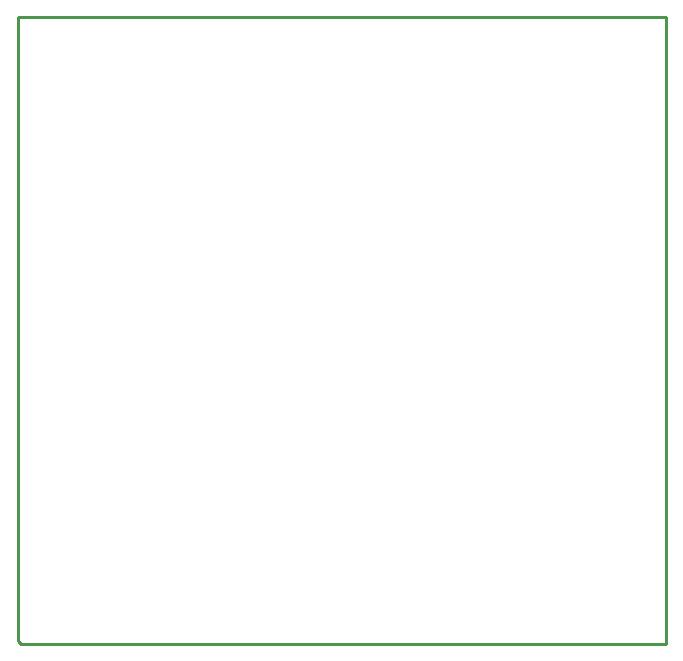
<source format=gm1>
%FSLAX42Y42*%
%MOMM*%
G71*
G01*
G75*
%ADD10C,1.00*%
%ADD11C,0.25*%
%ADD12C,0.51*%
%ADD13C,0.41*%
%ADD14C,2.10*%
%ADD15C,1.50*%
%ADD16C,1.30*%
%ADD17R,1.50X1.50*%
%ADD18C,1.40*%
%ADD19O,1.57X2.03*%
%ADD20R,1.57X2.03*%
%ADD21C,1.78*%
%ADD22C,0.15*%
%ADD23C,0.20*%
%ADD24C,0.20*%
%ADD25R,1.90X0.80*%
%ADD26C,2.30*%
%ADD27C,1.70*%
%ADD28C,1.50*%
%ADD29R,1.70X1.70*%
%ADD30C,1.60*%
%ADD31O,1.78X2.24*%
%ADD32R,1.78X2.24*%
%ADD33C,1.98*%
D11*
X4140Y5766D02*
Y11049D01*
Y5766D02*
X4166Y5740D01*
X9627D01*
Y5766D01*
Y11049D01*
X4140D02*
X9627D01*
M02*

</source>
